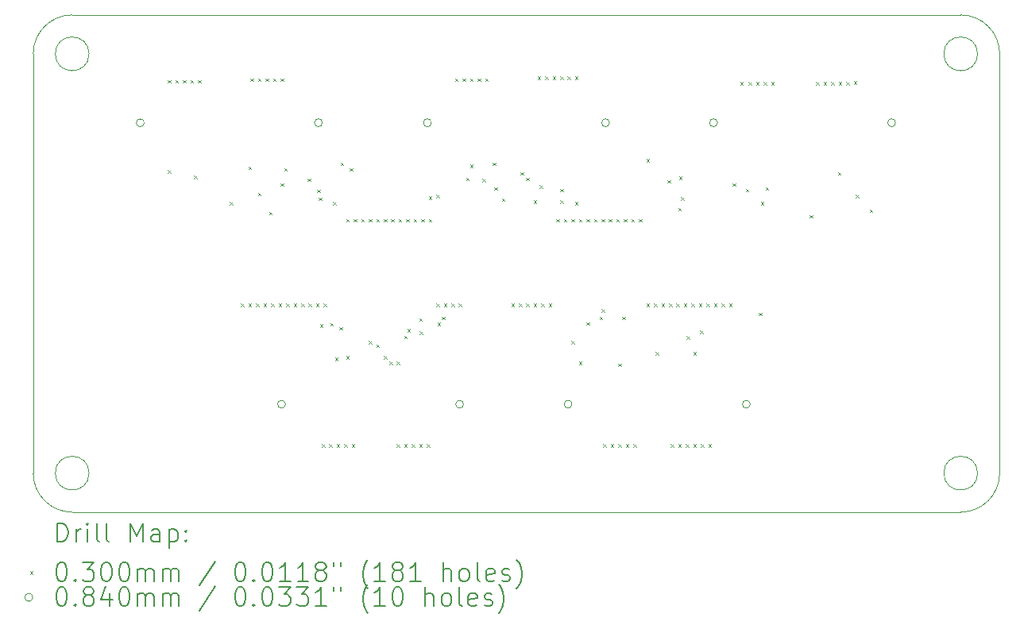
<source format=gbr>
%TF.GenerationSoftware,KiCad,Pcbnew,8.0.2-1*%
%TF.CreationDate,2024-06-18T10:27:21-04:00*%
%TF.ProjectId,Untitled,556e7469-746c-4656-942e-6b696361645f,rev?*%
%TF.SameCoordinates,Original*%
%TF.FileFunction,Drillmap*%
%TF.FilePolarity,Positive*%
%FSLAX45Y45*%
G04 Gerber Fmt 4.5, Leading zero omitted, Abs format (unit mm)*
G04 Created by KiCad (PCBNEW 8.0.2-1) date 2024-06-18 10:27:21*
%MOMM*%
%LPD*%
G01*
G04 APERTURE LIST*
%ADD10C,0.100000*%
%ADD11C,0.050000*%
%ADD12C,0.200000*%
G04 APERTURE END LIST*
D10*
X14735000Y-7350000D02*
G75*
G02*
X15150000Y-7765000I0J-415000D01*
G01*
D11*
X15150000Y-7765000D02*
X15150000Y-12235000D01*
D10*
X4850000Y-7765000D02*
G75*
G02*
X5265000Y-7350000I415000J0D01*
G01*
D11*
X5265000Y-12650000D02*
X14735000Y-12650000D01*
X5265000Y-7350000D02*
X14735000Y-7350000D01*
X4850000Y-7765000D02*
X4850000Y-12235000D01*
X5445000Y-12235000D02*
G75*
G02*
X5085000Y-12235000I-180000J0D01*
G01*
X5085000Y-12235000D02*
G75*
G02*
X5445000Y-12235000I180000J0D01*
G01*
X14915000Y-12235000D02*
G75*
G02*
X14555000Y-12235000I-180000J0D01*
G01*
X14555000Y-12235000D02*
G75*
G02*
X14915000Y-12235000I180000J0D01*
G01*
X14915000Y-7765000D02*
G75*
G02*
X14555000Y-7765000I-180000J0D01*
G01*
X14555000Y-7765000D02*
G75*
G02*
X14915000Y-7765000I180000J0D01*
G01*
X5265000Y-12650000D02*
G75*
G02*
X4850000Y-12235000I0J415000D01*
G01*
D10*
X15150000Y-12235000D02*
G75*
G02*
X14735000Y-12650000I-415000J0D01*
G01*
D11*
X5445000Y-7765000D02*
G75*
G02*
X5085000Y-7765000I-180000J0D01*
G01*
X5085000Y-7765000D02*
G75*
G02*
X5445000Y-7765000I180000J0D01*
G01*
D12*
D10*
X6285000Y-8045000D02*
X6315000Y-8075000D01*
X6315000Y-8045000D02*
X6285000Y-8075000D01*
X6285000Y-9005000D02*
X6315000Y-9035000D01*
X6315000Y-9005000D02*
X6285000Y-9035000D01*
X6365000Y-8045000D02*
X6395000Y-8075000D01*
X6395000Y-8045000D02*
X6365000Y-8075000D01*
X6445000Y-8045000D02*
X6475000Y-8075000D01*
X6475000Y-8045000D02*
X6445000Y-8075000D01*
X6525000Y-8045000D02*
X6555000Y-8075000D01*
X6555000Y-8045000D02*
X6525000Y-8075000D01*
X6565000Y-9065000D02*
X6595000Y-9095000D01*
X6595000Y-9065000D02*
X6565000Y-9095000D01*
X6605000Y-8045000D02*
X6635000Y-8075000D01*
X6635000Y-8045000D02*
X6605000Y-8075000D01*
X6945000Y-9345000D02*
X6975000Y-9375000D01*
X6975000Y-9345000D02*
X6945000Y-9375000D01*
X7065000Y-10425000D02*
X7095000Y-10455000D01*
X7095000Y-10425000D02*
X7065000Y-10455000D01*
X7141976Y-8965000D02*
X7171976Y-8995000D01*
X7171976Y-8965000D02*
X7141976Y-8995000D01*
X7145000Y-10425000D02*
X7175000Y-10455000D01*
X7175000Y-10425000D02*
X7145000Y-10455000D01*
X7165000Y-8025000D02*
X7195000Y-8055000D01*
X7195000Y-8025000D02*
X7165000Y-8055000D01*
X7225000Y-10425000D02*
X7255000Y-10455000D01*
X7255000Y-10425000D02*
X7225000Y-10455000D01*
X7245000Y-8025000D02*
X7275000Y-8055000D01*
X7275000Y-8025000D02*
X7245000Y-8055000D01*
X7245000Y-9245000D02*
X7275000Y-9275000D01*
X7275000Y-9245000D02*
X7245000Y-9275000D01*
X7305000Y-10425000D02*
X7335000Y-10455000D01*
X7335000Y-10425000D02*
X7305000Y-10455000D01*
X7325000Y-8025000D02*
X7355000Y-8055000D01*
X7355000Y-8025000D02*
X7325000Y-8055000D01*
X7365000Y-9450000D02*
X7395000Y-9480000D01*
X7395000Y-9450000D02*
X7365000Y-9480000D01*
X7385000Y-10425000D02*
X7415000Y-10455000D01*
X7415000Y-10425000D02*
X7385000Y-10455000D01*
X7405000Y-8025000D02*
X7435000Y-8055000D01*
X7435000Y-8025000D02*
X7405000Y-8055000D01*
X7465000Y-10425000D02*
X7495000Y-10455000D01*
X7495000Y-10425000D02*
X7465000Y-10455000D01*
X7485000Y-8025000D02*
X7515000Y-8055000D01*
X7515000Y-8025000D02*
X7485000Y-8055000D01*
X7487426Y-9142574D02*
X7517426Y-9172574D01*
X7517426Y-9142574D02*
X7487426Y-9172574D01*
X7525000Y-8985000D02*
X7555000Y-9015000D01*
X7555000Y-8985000D02*
X7525000Y-9015000D01*
X7545000Y-10425000D02*
X7575000Y-10455000D01*
X7575000Y-10425000D02*
X7545000Y-10455000D01*
X7625000Y-10425000D02*
X7655000Y-10455000D01*
X7655000Y-10425000D02*
X7625000Y-10455000D01*
X7705000Y-10425000D02*
X7735000Y-10455000D01*
X7735000Y-10425000D02*
X7705000Y-10455000D01*
X7775000Y-9095000D02*
X7805000Y-9125000D01*
X7805000Y-9095000D02*
X7775000Y-9125000D01*
X7785000Y-10425000D02*
X7815000Y-10455000D01*
X7815000Y-10425000D02*
X7785000Y-10455000D01*
X7865000Y-10425000D02*
X7895000Y-10455000D01*
X7895000Y-10425000D02*
X7865000Y-10455000D01*
X7877500Y-9212500D02*
X7907500Y-9242500D01*
X7907500Y-9212500D02*
X7877500Y-9242500D01*
X7895000Y-9295000D02*
X7925000Y-9325000D01*
X7925000Y-9295000D02*
X7895000Y-9325000D01*
X7905000Y-10645000D02*
X7935000Y-10675000D01*
X7935000Y-10645000D02*
X7905000Y-10675000D01*
X7925000Y-11925000D02*
X7955000Y-11955000D01*
X7955000Y-11925000D02*
X7925000Y-11955000D01*
X7945000Y-10425000D02*
X7975000Y-10455000D01*
X7975000Y-10425000D02*
X7945000Y-10455000D01*
X8005000Y-11925000D02*
X8035000Y-11955000D01*
X8035000Y-11925000D02*
X8005000Y-11955000D01*
X8015000Y-10635000D02*
X8045000Y-10665000D01*
X8045000Y-10635000D02*
X8015000Y-10665000D01*
X8045000Y-9345000D02*
X8075000Y-9375000D01*
X8075000Y-9345000D02*
X8045000Y-9375000D01*
X8065000Y-11005000D02*
X8095000Y-11035000D01*
X8095000Y-11005000D02*
X8065000Y-11035000D01*
X8085000Y-11925000D02*
X8115000Y-11955000D01*
X8115000Y-11925000D02*
X8085000Y-11955000D01*
X8115000Y-10675000D02*
X8145000Y-10705000D01*
X8145000Y-10675000D02*
X8115000Y-10705000D01*
X8125000Y-8925000D02*
X8155000Y-8955000D01*
X8155000Y-8925000D02*
X8125000Y-8955000D01*
X8165000Y-11925000D02*
X8195000Y-11955000D01*
X8195000Y-11925000D02*
X8165000Y-11955000D01*
X8185000Y-9525000D02*
X8215000Y-9555000D01*
X8215000Y-9525000D02*
X8185000Y-9555000D01*
X8185000Y-10985000D02*
X8215000Y-11015000D01*
X8215000Y-10985000D02*
X8185000Y-11015000D01*
X8225000Y-8985000D02*
X8255000Y-9015000D01*
X8255000Y-8985000D02*
X8225000Y-9015000D01*
X8245000Y-11925000D02*
X8275000Y-11955000D01*
X8275000Y-11925000D02*
X8245000Y-11955000D01*
X8265000Y-9525000D02*
X8295000Y-9555000D01*
X8295000Y-9525000D02*
X8265000Y-9555000D01*
X8345000Y-9525000D02*
X8375000Y-9555000D01*
X8375000Y-9525000D02*
X8345000Y-9555000D01*
X8425000Y-9525000D02*
X8455000Y-9555000D01*
X8455000Y-9525000D02*
X8425000Y-9555000D01*
X8425000Y-10825000D02*
X8455000Y-10855000D01*
X8455000Y-10825000D02*
X8425000Y-10855000D01*
X8505000Y-9525000D02*
X8535000Y-9555000D01*
X8535000Y-9525000D02*
X8505000Y-9555000D01*
X8505000Y-10865000D02*
X8535000Y-10895000D01*
X8535000Y-10865000D02*
X8505000Y-10895000D01*
X8585000Y-9525000D02*
X8615000Y-9555000D01*
X8615000Y-9525000D02*
X8585000Y-9555000D01*
X8585000Y-10985000D02*
X8615000Y-11015000D01*
X8615000Y-10985000D02*
X8585000Y-11015000D01*
X8645000Y-11045000D02*
X8675000Y-11075000D01*
X8675000Y-11045000D02*
X8645000Y-11075000D01*
X8665000Y-9525000D02*
X8695000Y-9555000D01*
X8695000Y-9525000D02*
X8665000Y-9555000D01*
X8725000Y-11045000D02*
X8755000Y-11075000D01*
X8755000Y-11045000D02*
X8725000Y-11075000D01*
X8725000Y-11925000D02*
X8755000Y-11955000D01*
X8755000Y-11925000D02*
X8725000Y-11955000D01*
X8745000Y-9525000D02*
X8775000Y-9555000D01*
X8775000Y-9525000D02*
X8745000Y-9555000D01*
X8805000Y-10770147D02*
X8835000Y-10800147D01*
X8835000Y-10770147D02*
X8805000Y-10800147D01*
X8805000Y-11925000D02*
X8835000Y-11955000D01*
X8835000Y-11925000D02*
X8805000Y-11955000D01*
X8825000Y-9525000D02*
X8855000Y-9555000D01*
X8855000Y-9525000D02*
X8825000Y-9555000D01*
X8837403Y-10697003D02*
X8867403Y-10727003D01*
X8867403Y-10697003D02*
X8837403Y-10727003D01*
X8885000Y-11925000D02*
X8915000Y-11955000D01*
X8915000Y-11925000D02*
X8885000Y-11955000D01*
X8905000Y-9525000D02*
X8935000Y-9555000D01*
X8935000Y-9525000D02*
X8905000Y-9555000D01*
X8965000Y-10585000D02*
X8995000Y-10615000D01*
X8995000Y-10585000D02*
X8965000Y-10615000D01*
X8965000Y-11925000D02*
X8995000Y-11955000D01*
X8995000Y-11925000D02*
X8965000Y-11955000D01*
X8967427Y-10722574D02*
X8997427Y-10752574D01*
X8997427Y-10722574D02*
X8967427Y-10752574D01*
X8985000Y-9525000D02*
X9015000Y-9555000D01*
X9015000Y-9525000D02*
X8985000Y-9555000D01*
X9045000Y-11925000D02*
X9075000Y-11955000D01*
X9075000Y-11925000D02*
X9045000Y-11955000D01*
X9065000Y-9285000D02*
X9095000Y-9315000D01*
X9095000Y-9285000D02*
X9065000Y-9315000D01*
X9065000Y-9525000D02*
X9095000Y-9555000D01*
X9095000Y-9525000D02*
X9065000Y-9555000D01*
X9145000Y-9265000D02*
X9175000Y-9295000D01*
X9175000Y-9265000D02*
X9145000Y-9295000D01*
X9145000Y-10425000D02*
X9175000Y-10455000D01*
X9175000Y-10425000D02*
X9145000Y-10455000D01*
X9160624Y-10631564D02*
X9190624Y-10661564D01*
X9190624Y-10631564D02*
X9160624Y-10661564D01*
X9205000Y-10565000D02*
X9235000Y-10595000D01*
X9235000Y-10565000D02*
X9205000Y-10595000D01*
X9225000Y-10425000D02*
X9255000Y-10455000D01*
X9255000Y-10425000D02*
X9225000Y-10455000D01*
X9305000Y-10425000D02*
X9335000Y-10455000D01*
X9335000Y-10425000D02*
X9305000Y-10455000D01*
X9345000Y-8025000D02*
X9375000Y-8055000D01*
X9375000Y-8025000D02*
X9345000Y-8055000D01*
X9385000Y-10425000D02*
X9415000Y-10455000D01*
X9415000Y-10425000D02*
X9385000Y-10455000D01*
X9425000Y-8025000D02*
X9455000Y-8055000D01*
X9455000Y-8025000D02*
X9425000Y-8055000D01*
X9465000Y-9085000D02*
X9495000Y-9115000D01*
X9495000Y-9085000D02*
X9465000Y-9115000D01*
X9505000Y-8025000D02*
X9535000Y-8055000D01*
X9535000Y-8025000D02*
X9505000Y-8055000D01*
X9505000Y-8945000D02*
X9535000Y-8975000D01*
X9535000Y-8945000D02*
X9505000Y-8975000D01*
X9585000Y-8025000D02*
X9615000Y-8055000D01*
X9615000Y-8025000D02*
X9585000Y-8055000D01*
X9636450Y-9095870D02*
X9666450Y-9125870D01*
X9666450Y-9095870D02*
X9636450Y-9125870D01*
X9665000Y-8025000D02*
X9695000Y-8055000D01*
X9695000Y-8025000D02*
X9665000Y-8055000D01*
X9745000Y-8925000D02*
X9775000Y-8955000D01*
X9775000Y-8925000D02*
X9745000Y-8955000D01*
X9765000Y-9185000D02*
X9795000Y-9215000D01*
X9795000Y-9185000D02*
X9765000Y-9215000D01*
X9845000Y-9305000D02*
X9875000Y-9335000D01*
X9875000Y-9305000D02*
X9845000Y-9335000D01*
X9945000Y-10425000D02*
X9975000Y-10455000D01*
X9975000Y-10425000D02*
X9945000Y-10455000D01*
X10025000Y-10425000D02*
X10055000Y-10455000D01*
X10055000Y-10425000D02*
X10025000Y-10455000D01*
X10045000Y-9025000D02*
X10075000Y-9055000D01*
X10075000Y-9025000D02*
X10045000Y-9055000D01*
X10105000Y-9085000D02*
X10135000Y-9115000D01*
X10135000Y-9085000D02*
X10105000Y-9115000D01*
X10105000Y-10425000D02*
X10135000Y-10455000D01*
X10135000Y-10425000D02*
X10105000Y-10455000D01*
X10185000Y-9325000D02*
X10215000Y-9355000D01*
X10215000Y-9325000D02*
X10185000Y-9355000D01*
X10185000Y-10425000D02*
X10215000Y-10455000D01*
X10215000Y-10425000D02*
X10185000Y-10455000D01*
X10225000Y-8005000D02*
X10255000Y-8035000D01*
X10255000Y-8005000D02*
X10225000Y-8035000D01*
X10245000Y-9165000D02*
X10275000Y-9195000D01*
X10275000Y-9165000D02*
X10245000Y-9195000D01*
X10265000Y-10425000D02*
X10295000Y-10455000D01*
X10295000Y-10425000D02*
X10265000Y-10455000D01*
X10305000Y-8005000D02*
X10335000Y-8035000D01*
X10335000Y-8005000D02*
X10305000Y-8035000D01*
X10345000Y-10425000D02*
X10375000Y-10455000D01*
X10375000Y-10425000D02*
X10345000Y-10455000D01*
X10385000Y-8005000D02*
X10415000Y-8035000D01*
X10415000Y-8005000D02*
X10385000Y-8035000D01*
X10425000Y-9525000D02*
X10455000Y-9555000D01*
X10455000Y-9525000D02*
X10425000Y-9555000D01*
X10465000Y-8005000D02*
X10495000Y-8035000D01*
X10495000Y-8005000D02*
X10465000Y-8035000D01*
X10465000Y-9205000D02*
X10495000Y-9235000D01*
X10495000Y-9205000D02*
X10465000Y-9235000D01*
X10465000Y-9325000D02*
X10495000Y-9355000D01*
X10495000Y-9325000D02*
X10465000Y-9355000D01*
X10505000Y-9525000D02*
X10535000Y-9555000D01*
X10535000Y-9525000D02*
X10505000Y-9555000D01*
X10545000Y-8005000D02*
X10575000Y-8035000D01*
X10575000Y-8005000D02*
X10545000Y-8035000D01*
X10585000Y-9525000D02*
X10615000Y-9555000D01*
X10615000Y-9525000D02*
X10585000Y-9555000D01*
X10585000Y-10825000D02*
X10615000Y-10855000D01*
X10615000Y-10825000D02*
X10585000Y-10855000D01*
X10625000Y-8005000D02*
X10655000Y-8035000D01*
X10655000Y-8005000D02*
X10625000Y-8035000D01*
X10625000Y-9345000D02*
X10655000Y-9375000D01*
X10655000Y-9345000D02*
X10625000Y-9375000D01*
X10665000Y-9525000D02*
X10695000Y-9555000D01*
X10695000Y-9525000D02*
X10665000Y-9555000D01*
X10665000Y-11045000D02*
X10695000Y-11075000D01*
X10695000Y-11045000D02*
X10665000Y-11075000D01*
X10745000Y-9525000D02*
X10775000Y-9555000D01*
X10775000Y-9525000D02*
X10745000Y-9555000D01*
X10745000Y-10625000D02*
X10775000Y-10655000D01*
X10775000Y-10625000D02*
X10745000Y-10655000D01*
X10825000Y-9525000D02*
X10855000Y-9555000D01*
X10855000Y-9525000D02*
X10825000Y-9555000D01*
X10885000Y-10565000D02*
X10915000Y-10595000D01*
X10915000Y-10565000D02*
X10885000Y-10595000D01*
X10905000Y-9525000D02*
X10935000Y-9555000D01*
X10935000Y-9525000D02*
X10905000Y-9555000D01*
X10905000Y-10485000D02*
X10935000Y-10515000D01*
X10935000Y-10485000D02*
X10905000Y-10515000D01*
X10925000Y-11925000D02*
X10955000Y-11955000D01*
X10955000Y-11925000D02*
X10925000Y-11955000D01*
X10985000Y-9525000D02*
X11015000Y-9555000D01*
X11015000Y-9525000D02*
X10985000Y-9555000D01*
X11005000Y-11925000D02*
X11035000Y-11955000D01*
X11035000Y-11925000D02*
X11005000Y-11955000D01*
X11065000Y-9525000D02*
X11095000Y-9555000D01*
X11095000Y-9525000D02*
X11065000Y-9555000D01*
X11085000Y-11065000D02*
X11115000Y-11095000D01*
X11115000Y-11065000D02*
X11085000Y-11095000D01*
X11085000Y-11925000D02*
X11115000Y-11955000D01*
X11115000Y-11925000D02*
X11085000Y-11955000D01*
X11125000Y-10565000D02*
X11155000Y-10595000D01*
X11155000Y-10565000D02*
X11125000Y-10595000D01*
X11145000Y-9525000D02*
X11175000Y-9555000D01*
X11175000Y-9525000D02*
X11145000Y-9555000D01*
X11165000Y-11925000D02*
X11195000Y-11955000D01*
X11195000Y-11925000D02*
X11165000Y-11955000D01*
X11225000Y-9525000D02*
X11255000Y-9555000D01*
X11255000Y-9525000D02*
X11225000Y-9555000D01*
X11245000Y-11925000D02*
X11275000Y-11955000D01*
X11275000Y-11925000D02*
X11245000Y-11955000D01*
X11305000Y-9525000D02*
X11335000Y-9555000D01*
X11335000Y-9525000D02*
X11305000Y-9555000D01*
X11385000Y-8885000D02*
X11415000Y-8915000D01*
X11415000Y-8885000D02*
X11385000Y-8915000D01*
X11385000Y-10425000D02*
X11415000Y-10455000D01*
X11415000Y-10425000D02*
X11385000Y-10455000D01*
X11465000Y-10425000D02*
X11495000Y-10455000D01*
X11495000Y-10425000D02*
X11465000Y-10455000D01*
X11485000Y-10945000D02*
X11515000Y-10975000D01*
X11515000Y-10945000D02*
X11485000Y-10975000D01*
X11545000Y-10425000D02*
X11575000Y-10455000D01*
X11575000Y-10425000D02*
X11545000Y-10455000D01*
X11610147Y-9110147D02*
X11640147Y-9140147D01*
X11640147Y-9110147D02*
X11610147Y-9140147D01*
X11625000Y-10425000D02*
X11655000Y-10455000D01*
X11655000Y-10425000D02*
X11625000Y-10455000D01*
X11645000Y-11925000D02*
X11675000Y-11955000D01*
X11675000Y-11925000D02*
X11645000Y-11955000D01*
X11705000Y-10425000D02*
X11735000Y-10455000D01*
X11735000Y-10425000D02*
X11705000Y-10455000D01*
X11725000Y-9405000D02*
X11755000Y-9435000D01*
X11755000Y-9405000D02*
X11725000Y-9435000D01*
X11725000Y-11925000D02*
X11755000Y-11955000D01*
X11755000Y-11925000D02*
X11725000Y-11955000D01*
X11732573Y-9072574D02*
X11762573Y-9102574D01*
X11762573Y-9072574D02*
X11732573Y-9102574D01*
X11752573Y-9292574D02*
X11782573Y-9322574D01*
X11782573Y-9292574D02*
X11752573Y-9322574D01*
X11785000Y-10425000D02*
X11815000Y-10455000D01*
X11815000Y-10425000D02*
X11785000Y-10455000D01*
X11805000Y-11925000D02*
X11835000Y-11955000D01*
X11835000Y-11925000D02*
X11805000Y-11955000D01*
X11815000Y-10775000D02*
X11845000Y-10805000D01*
X11845000Y-10775000D02*
X11815000Y-10805000D01*
X11865000Y-10425000D02*
X11895000Y-10455000D01*
X11895000Y-10425000D02*
X11865000Y-10455000D01*
X11885000Y-10945000D02*
X11915000Y-10975000D01*
X11915000Y-10945000D02*
X11885000Y-10975000D01*
X11885000Y-11925000D02*
X11915000Y-11955000D01*
X11915000Y-11925000D02*
X11885000Y-11955000D01*
X11945000Y-10425000D02*
X11975000Y-10455000D01*
X11975000Y-10425000D02*
X11945000Y-10455000D01*
X11955000Y-10715000D02*
X11985000Y-10745000D01*
X11985000Y-10715000D02*
X11955000Y-10745000D01*
X11965000Y-11925000D02*
X11995000Y-11955000D01*
X11995000Y-11925000D02*
X11965000Y-11955000D01*
X12025000Y-10425000D02*
X12055000Y-10455000D01*
X12055000Y-10425000D02*
X12025000Y-10455000D01*
X12045000Y-11925000D02*
X12075000Y-11955000D01*
X12075000Y-11925000D02*
X12045000Y-11955000D01*
X12105000Y-10425000D02*
X12135000Y-10455000D01*
X12135000Y-10425000D02*
X12105000Y-10455000D01*
X12185000Y-10425000D02*
X12215000Y-10455000D01*
X12215000Y-10425000D02*
X12185000Y-10455000D01*
X12265000Y-10425000D02*
X12295000Y-10455000D01*
X12295000Y-10425000D02*
X12265000Y-10455000D01*
X12305000Y-9145000D02*
X12335000Y-9175000D01*
X12335000Y-9145000D02*
X12305000Y-9175000D01*
X12385000Y-8065000D02*
X12415000Y-8095000D01*
X12415000Y-8065000D02*
X12385000Y-8095000D01*
X12445000Y-9205000D02*
X12475000Y-9235000D01*
X12475000Y-9205000D02*
X12445000Y-9235000D01*
X12474999Y-8065000D02*
X12504999Y-8095000D01*
X12504999Y-8065000D02*
X12474999Y-8095000D01*
X12554999Y-8065000D02*
X12584999Y-8095000D01*
X12584999Y-8065000D02*
X12554999Y-8095000D01*
X12585000Y-10525000D02*
X12615000Y-10555000D01*
X12615000Y-10525000D02*
X12585000Y-10555000D01*
X12605000Y-9345000D02*
X12635000Y-9375000D01*
X12635000Y-9345000D02*
X12605000Y-9375000D01*
X12635000Y-8065000D02*
X12665000Y-8095000D01*
X12665000Y-8065000D02*
X12635000Y-8095000D01*
X12656005Y-9185000D02*
X12686005Y-9215000D01*
X12686005Y-9185000D02*
X12656005Y-9215000D01*
X12715000Y-8065000D02*
X12745000Y-8095000D01*
X12745000Y-8065000D02*
X12715000Y-8095000D01*
X13125000Y-9485000D02*
X13155000Y-9515000D01*
X13155000Y-9485000D02*
X13125000Y-9515000D01*
X13193392Y-8065000D02*
X13223392Y-8095000D01*
X13223392Y-8065000D02*
X13193392Y-8095000D01*
X13273393Y-8064997D02*
X13303393Y-8094997D01*
X13303393Y-8064997D02*
X13273393Y-8094997D01*
X13353393Y-8065190D02*
X13383393Y-8095190D01*
X13383393Y-8065190D02*
X13353393Y-8095190D01*
X13425000Y-9025000D02*
X13455000Y-9055000D01*
X13455000Y-9025000D02*
X13425000Y-9055000D01*
X13433382Y-8063882D02*
X13463382Y-8093882D01*
X13463382Y-8063882D02*
X13433382Y-8093882D01*
X13515804Y-8066314D02*
X13545804Y-8096314D01*
X13545804Y-8066314D02*
X13515804Y-8096314D01*
X13595000Y-8055000D02*
X13625000Y-8085000D01*
X13625000Y-8055000D02*
X13595000Y-8085000D01*
X13614500Y-9265000D02*
X13644500Y-9295000D01*
X13644500Y-9265000D02*
X13614500Y-9295000D01*
X13765000Y-9425000D02*
X13795000Y-9455000D01*
X13795000Y-9425000D02*
X13765000Y-9455000D01*
X6032500Y-8500000D02*
G75*
G02*
X5948500Y-8500000I-42000J0D01*
G01*
X5948500Y-8500000D02*
G75*
G02*
X6032500Y-8500000I42000J0D01*
G01*
X7538000Y-11500000D02*
G75*
G02*
X7454000Y-11500000I-42000J0D01*
G01*
X7454000Y-11500000D02*
G75*
G02*
X7538000Y-11500000I42000J0D01*
G01*
X7931500Y-8500000D02*
G75*
G02*
X7847500Y-8500000I-42000J0D01*
G01*
X7847500Y-8500000D02*
G75*
G02*
X7931500Y-8500000I42000J0D01*
G01*
X9092500Y-8500000D02*
G75*
G02*
X9008500Y-8500000I-42000J0D01*
G01*
X9008500Y-8500000D02*
G75*
G02*
X9092500Y-8500000I42000J0D01*
G01*
X9437000Y-11500000D02*
G75*
G02*
X9353000Y-11500000I-42000J0D01*
G01*
X9353000Y-11500000D02*
G75*
G02*
X9437000Y-11500000I42000J0D01*
G01*
X10592500Y-11500000D02*
G75*
G02*
X10508500Y-11500000I-42000J0D01*
G01*
X10508500Y-11500000D02*
G75*
G02*
X10592500Y-11500000I42000J0D01*
G01*
X10991500Y-8500000D02*
G75*
G02*
X10907500Y-8500000I-42000J0D01*
G01*
X10907500Y-8500000D02*
G75*
G02*
X10991500Y-8500000I42000J0D01*
G01*
X12142000Y-8500000D02*
G75*
G02*
X12058000Y-8500000I-42000J0D01*
G01*
X12058000Y-8500000D02*
G75*
G02*
X12142000Y-8500000I42000J0D01*
G01*
X12491500Y-11500000D02*
G75*
G02*
X12407500Y-11500000I-42000J0D01*
G01*
X12407500Y-11500000D02*
G75*
G02*
X12491500Y-11500000I42000J0D01*
G01*
X14041000Y-8500000D02*
G75*
G02*
X13957000Y-8500000I-42000J0D01*
G01*
X13957000Y-8500000D02*
G75*
G02*
X14041000Y-8500000I42000J0D01*
G01*
D12*
X5105777Y-12966484D02*
X5105777Y-12766484D01*
X5105777Y-12766484D02*
X5153396Y-12766484D01*
X5153396Y-12766484D02*
X5181967Y-12776008D01*
X5181967Y-12776008D02*
X5201015Y-12795055D01*
X5201015Y-12795055D02*
X5210539Y-12814103D01*
X5210539Y-12814103D02*
X5220063Y-12852198D01*
X5220063Y-12852198D02*
X5220063Y-12880769D01*
X5220063Y-12880769D02*
X5210539Y-12918865D01*
X5210539Y-12918865D02*
X5201015Y-12937912D01*
X5201015Y-12937912D02*
X5181967Y-12956960D01*
X5181967Y-12956960D02*
X5153396Y-12966484D01*
X5153396Y-12966484D02*
X5105777Y-12966484D01*
X5305777Y-12966484D02*
X5305777Y-12833150D01*
X5305777Y-12871246D02*
X5315301Y-12852198D01*
X5315301Y-12852198D02*
X5324824Y-12842674D01*
X5324824Y-12842674D02*
X5343872Y-12833150D01*
X5343872Y-12833150D02*
X5362920Y-12833150D01*
X5429586Y-12966484D02*
X5429586Y-12833150D01*
X5429586Y-12766484D02*
X5420063Y-12776008D01*
X5420063Y-12776008D02*
X5429586Y-12785531D01*
X5429586Y-12785531D02*
X5439110Y-12776008D01*
X5439110Y-12776008D02*
X5429586Y-12766484D01*
X5429586Y-12766484D02*
X5429586Y-12785531D01*
X5553396Y-12966484D02*
X5534348Y-12956960D01*
X5534348Y-12956960D02*
X5524824Y-12937912D01*
X5524824Y-12937912D02*
X5524824Y-12766484D01*
X5658158Y-12966484D02*
X5639110Y-12956960D01*
X5639110Y-12956960D02*
X5629586Y-12937912D01*
X5629586Y-12937912D02*
X5629586Y-12766484D01*
X5886729Y-12966484D02*
X5886729Y-12766484D01*
X5886729Y-12766484D02*
X5953396Y-12909341D01*
X5953396Y-12909341D02*
X6020062Y-12766484D01*
X6020062Y-12766484D02*
X6020062Y-12966484D01*
X6201015Y-12966484D02*
X6201015Y-12861722D01*
X6201015Y-12861722D02*
X6191491Y-12842674D01*
X6191491Y-12842674D02*
X6172443Y-12833150D01*
X6172443Y-12833150D02*
X6134348Y-12833150D01*
X6134348Y-12833150D02*
X6115301Y-12842674D01*
X6201015Y-12956960D02*
X6181967Y-12966484D01*
X6181967Y-12966484D02*
X6134348Y-12966484D01*
X6134348Y-12966484D02*
X6115301Y-12956960D01*
X6115301Y-12956960D02*
X6105777Y-12937912D01*
X6105777Y-12937912D02*
X6105777Y-12918865D01*
X6105777Y-12918865D02*
X6115301Y-12899817D01*
X6115301Y-12899817D02*
X6134348Y-12890293D01*
X6134348Y-12890293D02*
X6181967Y-12890293D01*
X6181967Y-12890293D02*
X6201015Y-12880769D01*
X6296253Y-12833150D02*
X6296253Y-13033150D01*
X6296253Y-12842674D02*
X6315301Y-12833150D01*
X6315301Y-12833150D02*
X6353396Y-12833150D01*
X6353396Y-12833150D02*
X6372443Y-12842674D01*
X6372443Y-12842674D02*
X6381967Y-12852198D01*
X6381967Y-12852198D02*
X6391491Y-12871246D01*
X6391491Y-12871246D02*
X6391491Y-12928388D01*
X6391491Y-12928388D02*
X6381967Y-12947436D01*
X6381967Y-12947436D02*
X6372443Y-12956960D01*
X6372443Y-12956960D02*
X6353396Y-12966484D01*
X6353396Y-12966484D02*
X6315301Y-12966484D01*
X6315301Y-12966484D02*
X6296253Y-12956960D01*
X6477205Y-12947436D02*
X6486729Y-12956960D01*
X6486729Y-12956960D02*
X6477205Y-12966484D01*
X6477205Y-12966484D02*
X6467682Y-12956960D01*
X6467682Y-12956960D02*
X6477205Y-12947436D01*
X6477205Y-12947436D02*
X6477205Y-12966484D01*
X6477205Y-12842674D02*
X6486729Y-12852198D01*
X6486729Y-12852198D02*
X6477205Y-12861722D01*
X6477205Y-12861722D02*
X6467682Y-12852198D01*
X6467682Y-12852198D02*
X6477205Y-12842674D01*
X6477205Y-12842674D02*
X6477205Y-12861722D01*
D10*
X4815000Y-13280000D02*
X4845000Y-13310000D01*
X4845000Y-13280000D02*
X4815000Y-13310000D01*
D12*
X5143872Y-13186484D02*
X5162920Y-13186484D01*
X5162920Y-13186484D02*
X5181967Y-13196008D01*
X5181967Y-13196008D02*
X5191491Y-13205531D01*
X5191491Y-13205531D02*
X5201015Y-13224579D01*
X5201015Y-13224579D02*
X5210539Y-13262674D01*
X5210539Y-13262674D02*
X5210539Y-13310293D01*
X5210539Y-13310293D02*
X5201015Y-13348388D01*
X5201015Y-13348388D02*
X5191491Y-13367436D01*
X5191491Y-13367436D02*
X5181967Y-13376960D01*
X5181967Y-13376960D02*
X5162920Y-13386484D01*
X5162920Y-13386484D02*
X5143872Y-13386484D01*
X5143872Y-13386484D02*
X5124824Y-13376960D01*
X5124824Y-13376960D02*
X5115301Y-13367436D01*
X5115301Y-13367436D02*
X5105777Y-13348388D01*
X5105777Y-13348388D02*
X5096253Y-13310293D01*
X5096253Y-13310293D02*
X5096253Y-13262674D01*
X5096253Y-13262674D02*
X5105777Y-13224579D01*
X5105777Y-13224579D02*
X5115301Y-13205531D01*
X5115301Y-13205531D02*
X5124824Y-13196008D01*
X5124824Y-13196008D02*
X5143872Y-13186484D01*
X5296253Y-13367436D02*
X5305777Y-13376960D01*
X5305777Y-13376960D02*
X5296253Y-13386484D01*
X5296253Y-13386484D02*
X5286729Y-13376960D01*
X5286729Y-13376960D02*
X5296253Y-13367436D01*
X5296253Y-13367436D02*
X5296253Y-13386484D01*
X5372444Y-13186484D02*
X5496253Y-13186484D01*
X5496253Y-13186484D02*
X5429586Y-13262674D01*
X5429586Y-13262674D02*
X5458158Y-13262674D01*
X5458158Y-13262674D02*
X5477205Y-13272198D01*
X5477205Y-13272198D02*
X5486729Y-13281722D01*
X5486729Y-13281722D02*
X5496253Y-13300769D01*
X5496253Y-13300769D02*
X5496253Y-13348388D01*
X5496253Y-13348388D02*
X5486729Y-13367436D01*
X5486729Y-13367436D02*
X5477205Y-13376960D01*
X5477205Y-13376960D02*
X5458158Y-13386484D01*
X5458158Y-13386484D02*
X5401015Y-13386484D01*
X5401015Y-13386484D02*
X5381967Y-13376960D01*
X5381967Y-13376960D02*
X5372444Y-13367436D01*
X5620062Y-13186484D02*
X5639110Y-13186484D01*
X5639110Y-13186484D02*
X5658158Y-13196008D01*
X5658158Y-13196008D02*
X5667682Y-13205531D01*
X5667682Y-13205531D02*
X5677205Y-13224579D01*
X5677205Y-13224579D02*
X5686729Y-13262674D01*
X5686729Y-13262674D02*
X5686729Y-13310293D01*
X5686729Y-13310293D02*
X5677205Y-13348388D01*
X5677205Y-13348388D02*
X5667682Y-13367436D01*
X5667682Y-13367436D02*
X5658158Y-13376960D01*
X5658158Y-13376960D02*
X5639110Y-13386484D01*
X5639110Y-13386484D02*
X5620062Y-13386484D01*
X5620062Y-13386484D02*
X5601015Y-13376960D01*
X5601015Y-13376960D02*
X5591491Y-13367436D01*
X5591491Y-13367436D02*
X5581967Y-13348388D01*
X5581967Y-13348388D02*
X5572444Y-13310293D01*
X5572444Y-13310293D02*
X5572444Y-13262674D01*
X5572444Y-13262674D02*
X5581967Y-13224579D01*
X5581967Y-13224579D02*
X5591491Y-13205531D01*
X5591491Y-13205531D02*
X5601015Y-13196008D01*
X5601015Y-13196008D02*
X5620062Y-13186484D01*
X5810539Y-13186484D02*
X5829586Y-13186484D01*
X5829586Y-13186484D02*
X5848634Y-13196008D01*
X5848634Y-13196008D02*
X5858158Y-13205531D01*
X5858158Y-13205531D02*
X5867682Y-13224579D01*
X5867682Y-13224579D02*
X5877205Y-13262674D01*
X5877205Y-13262674D02*
X5877205Y-13310293D01*
X5877205Y-13310293D02*
X5867682Y-13348388D01*
X5867682Y-13348388D02*
X5858158Y-13367436D01*
X5858158Y-13367436D02*
X5848634Y-13376960D01*
X5848634Y-13376960D02*
X5829586Y-13386484D01*
X5829586Y-13386484D02*
X5810539Y-13386484D01*
X5810539Y-13386484D02*
X5791491Y-13376960D01*
X5791491Y-13376960D02*
X5781967Y-13367436D01*
X5781967Y-13367436D02*
X5772443Y-13348388D01*
X5772443Y-13348388D02*
X5762920Y-13310293D01*
X5762920Y-13310293D02*
X5762920Y-13262674D01*
X5762920Y-13262674D02*
X5772443Y-13224579D01*
X5772443Y-13224579D02*
X5781967Y-13205531D01*
X5781967Y-13205531D02*
X5791491Y-13196008D01*
X5791491Y-13196008D02*
X5810539Y-13186484D01*
X5962920Y-13386484D02*
X5962920Y-13253150D01*
X5962920Y-13272198D02*
X5972443Y-13262674D01*
X5972443Y-13262674D02*
X5991491Y-13253150D01*
X5991491Y-13253150D02*
X6020063Y-13253150D01*
X6020063Y-13253150D02*
X6039110Y-13262674D01*
X6039110Y-13262674D02*
X6048634Y-13281722D01*
X6048634Y-13281722D02*
X6048634Y-13386484D01*
X6048634Y-13281722D02*
X6058158Y-13262674D01*
X6058158Y-13262674D02*
X6077205Y-13253150D01*
X6077205Y-13253150D02*
X6105777Y-13253150D01*
X6105777Y-13253150D02*
X6124824Y-13262674D01*
X6124824Y-13262674D02*
X6134348Y-13281722D01*
X6134348Y-13281722D02*
X6134348Y-13386484D01*
X6229586Y-13386484D02*
X6229586Y-13253150D01*
X6229586Y-13272198D02*
X6239110Y-13262674D01*
X6239110Y-13262674D02*
X6258158Y-13253150D01*
X6258158Y-13253150D02*
X6286729Y-13253150D01*
X6286729Y-13253150D02*
X6305777Y-13262674D01*
X6305777Y-13262674D02*
X6315301Y-13281722D01*
X6315301Y-13281722D02*
X6315301Y-13386484D01*
X6315301Y-13281722D02*
X6324824Y-13262674D01*
X6324824Y-13262674D02*
X6343872Y-13253150D01*
X6343872Y-13253150D02*
X6372443Y-13253150D01*
X6372443Y-13253150D02*
X6391491Y-13262674D01*
X6391491Y-13262674D02*
X6401015Y-13281722D01*
X6401015Y-13281722D02*
X6401015Y-13386484D01*
X6791491Y-13176960D02*
X6620063Y-13434103D01*
X7048634Y-13186484D02*
X7067682Y-13186484D01*
X7067682Y-13186484D02*
X7086729Y-13196008D01*
X7086729Y-13196008D02*
X7096253Y-13205531D01*
X7096253Y-13205531D02*
X7105777Y-13224579D01*
X7105777Y-13224579D02*
X7115301Y-13262674D01*
X7115301Y-13262674D02*
X7115301Y-13310293D01*
X7115301Y-13310293D02*
X7105777Y-13348388D01*
X7105777Y-13348388D02*
X7096253Y-13367436D01*
X7096253Y-13367436D02*
X7086729Y-13376960D01*
X7086729Y-13376960D02*
X7067682Y-13386484D01*
X7067682Y-13386484D02*
X7048634Y-13386484D01*
X7048634Y-13386484D02*
X7029586Y-13376960D01*
X7029586Y-13376960D02*
X7020063Y-13367436D01*
X7020063Y-13367436D02*
X7010539Y-13348388D01*
X7010539Y-13348388D02*
X7001015Y-13310293D01*
X7001015Y-13310293D02*
X7001015Y-13262674D01*
X7001015Y-13262674D02*
X7010539Y-13224579D01*
X7010539Y-13224579D02*
X7020063Y-13205531D01*
X7020063Y-13205531D02*
X7029586Y-13196008D01*
X7029586Y-13196008D02*
X7048634Y-13186484D01*
X7201015Y-13367436D02*
X7210539Y-13376960D01*
X7210539Y-13376960D02*
X7201015Y-13386484D01*
X7201015Y-13386484D02*
X7191491Y-13376960D01*
X7191491Y-13376960D02*
X7201015Y-13367436D01*
X7201015Y-13367436D02*
X7201015Y-13386484D01*
X7334348Y-13186484D02*
X7353396Y-13186484D01*
X7353396Y-13186484D02*
X7372444Y-13196008D01*
X7372444Y-13196008D02*
X7381967Y-13205531D01*
X7381967Y-13205531D02*
X7391491Y-13224579D01*
X7391491Y-13224579D02*
X7401015Y-13262674D01*
X7401015Y-13262674D02*
X7401015Y-13310293D01*
X7401015Y-13310293D02*
X7391491Y-13348388D01*
X7391491Y-13348388D02*
X7381967Y-13367436D01*
X7381967Y-13367436D02*
X7372444Y-13376960D01*
X7372444Y-13376960D02*
X7353396Y-13386484D01*
X7353396Y-13386484D02*
X7334348Y-13386484D01*
X7334348Y-13386484D02*
X7315301Y-13376960D01*
X7315301Y-13376960D02*
X7305777Y-13367436D01*
X7305777Y-13367436D02*
X7296253Y-13348388D01*
X7296253Y-13348388D02*
X7286729Y-13310293D01*
X7286729Y-13310293D02*
X7286729Y-13262674D01*
X7286729Y-13262674D02*
X7296253Y-13224579D01*
X7296253Y-13224579D02*
X7305777Y-13205531D01*
X7305777Y-13205531D02*
X7315301Y-13196008D01*
X7315301Y-13196008D02*
X7334348Y-13186484D01*
X7591491Y-13386484D02*
X7477206Y-13386484D01*
X7534348Y-13386484D02*
X7534348Y-13186484D01*
X7534348Y-13186484D02*
X7515301Y-13215055D01*
X7515301Y-13215055D02*
X7496253Y-13234103D01*
X7496253Y-13234103D02*
X7477206Y-13243627D01*
X7781967Y-13386484D02*
X7667682Y-13386484D01*
X7724825Y-13386484D02*
X7724825Y-13186484D01*
X7724825Y-13186484D02*
X7705777Y-13215055D01*
X7705777Y-13215055D02*
X7686729Y-13234103D01*
X7686729Y-13234103D02*
X7667682Y-13243627D01*
X7896253Y-13272198D02*
X7877206Y-13262674D01*
X7877206Y-13262674D02*
X7867682Y-13253150D01*
X7867682Y-13253150D02*
X7858158Y-13234103D01*
X7858158Y-13234103D02*
X7858158Y-13224579D01*
X7858158Y-13224579D02*
X7867682Y-13205531D01*
X7867682Y-13205531D02*
X7877206Y-13196008D01*
X7877206Y-13196008D02*
X7896253Y-13186484D01*
X7896253Y-13186484D02*
X7934348Y-13186484D01*
X7934348Y-13186484D02*
X7953396Y-13196008D01*
X7953396Y-13196008D02*
X7962920Y-13205531D01*
X7962920Y-13205531D02*
X7972444Y-13224579D01*
X7972444Y-13224579D02*
X7972444Y-13234103D01*
X7972444Y-13234103D02*
X7962920Y-13253150D01*
X7962920Y-13253150D02*
X7953396Y-13262674D01*
X7953396Y-13262674D02*
X7934348Y-13272198D01*
X7934348Y-13272198D02*
X7896253Y-13272198D01*
X7896253Y-13272198D02*
X7877206Y-13281722D01*
X7877206Y-13281722D02*
X7867682Y-13291246D01*
X7867682Y-13291246D02*
X7858158Y-13310293D01*
X7858158Y-13310293D02*
X7858158Y-13348388D01*
X7858158Y-13348388D02*
X7867682Y-13367436D01*
X7867682Y-13367436D02*
X7877206Y-13376960D01*
X7877206Y-13376960D02*
X7896253Y-13386484D01*
X7896253Y-13386484D02*
X7934348Y-13386484D01*
X7934348Y-13386484D02*
X7953396Y-13376960D01*
X7953396Y-13376960D02*
X7962920Y-13367436D01*
X7962920Y-13367436D02*
X7972444Y-13348388D01*
X7972444Y-13348388D02*
X7972444Y-13310293D01*
X7972444Y-13310293D02*
X7962920Y-13291246D01*
X7962920Y-13291246D02*
X7953396Y-13281722D01*
X7953396Y-13281722D02*
X7934348Y-13272198D01*
X8048634Y-13186484D02*
X8048634Y-13224579D01*
X8124825Y-13186484D02*
X8124825Y-13224579D01*
X8420063Y-13462674D02*
X8410539Y-13453150D01*
X8410539Y-13453150D02*
X8391491Y-13424579D01*
X8391491Y-13424579D02*
X8381968Y-13405531D01*
X8381968Y-13405531D02*
X8372444Y-13376960D01*
X8372444Y-13376960D02*
X8362920Y-13329341D01*
X8362920Y-13329341D02*
X8362920Y-13291246D01*
X8362920Y-13291246D02*
X8372444Y-13243627D01*
X8372444Y-13243627D02*
X8381968Y-13215055D01*
X8381968Y-13215055D02*
X8391491Y-13196008D01*
X8391491Y-13196008D02*
X8410539Y-13167436D01*
X8410539Y-13167436D02*
X8420063Y-13157912D01*
X8601015Y-13386484D02*
X8486730Y-13386484D01*
X8543872Y-13386484D02*
X8543872Y-13186484D01*
X8543872Y-13186484D02*
X8524825Y-13215055D01*
X8524825Y-13215055D02*
X8505777Y-13234103D01*
X8505777Y-13234103D02*
X8486730Y-13243627D01*
X8715301Y-13272198D02*
X8696253Y-13262674D01*
X8696253Y-13262674D02*
X8686730Y-13253150D01*
X8686730Y-13253150D02*
X8677206Y-13234103D01*
X8677206Y-13234103D02*
X8677206Y-13224579D01*
X8677206Y-13224579D02*
X8686730Y-13205531D01*
X8686730Y-13205531D02*
X8696253Y-13196008D01*
X8696253Y-13196008D02*
X8715301Y-13186484D01*
X8715301Y-13186484D02*
X8753396Y-13186484D01*
X8753396Y-13186484D02*
X8772444Y-13196008D01*
X8772444Y-13196008D02*
X8781968Y-13205531D01*
X8781968Y-13205531D02*
X8791491Y-13224579D01*
X8791491Y-13224579D02*
X8791491Y-13234103D01*
X8791491Y-13234103D02*
X8781968Y-13253150D01*
X8781968Y-13253150D02*
X8772444Y-13262674D01*
X8772444Y-13262674D02*
X8753396Y-13272198D01*
X8753396Y-13272198D02*
X8715301Y-13272198D01*
X8715301Y-13272198D02*
X8696253Y-13281722D01*
X8696253Y-13281722D02*
X8686730Y-13291246D01*
X8686730Y-13291246D02*
X8677206Y-13310293D01*
X8677206Y-13310293D02*
X8677206Y-13348388D01*
X8677206Y-13348388D02*
X8686730Y-13367436D01*
X8686730Y-13367436D02*
X8696253Y-13376960D01*
X8696253Y-13376960D02*
X8715301Y-13386484D01*
X8715301Y-13386484D02*
X8753396Y-13386484D01*
X8753396Y-13386484D02*
X8772444Y-13376960D01*
X8772444Y-13376960D02*
X8781968Y-13367436D01*
X8781968Y-13367436D02*
X8791491Y-13348388D01*
X8791491Y-13348388D02*
X8791491Y-13310293D01*
X8791491Y-13310293D02*
X8781968Y-13291246D01*
X8781968Y-13291246D02*
X8772444Y-13281722D01*
X8772444Y-13281722D02*
X8753396Y-13272198D01*
X8981968Y-13386484D02*
X8867682Y-13386484D01*
X8924825Y-13386484D02*
X8924825Y-13186484D01*
X8924825Y-13186484D02*
X8905777Y-13215055D01*
X8905777Y-13215055D02*
X8886730Y-13234103D01*
X8886730Y-13234103D02*
X8867682Y-13243627D01*
X9220063Y-13386484D02*
X9220063Y-13186484D01*
X9305777Y-13386484D02*
X9305777Y-13281722D01*
X9305777Y-13281722D02*
X9296253Y-13262674D01*
X9296253Y-13262674D02*
X9277206Y-13253150D01*
X9277206Y-13253150D02*
X9248634Y-13253150D01*
X9248634Y-13253150D02*
X9229587Y-13262674D01*
X9229587Y-13262674D02*
X9220063Y-13272198D01*
X9429587Y-13386484D02*
X9410539Y-13376960D01*
X9410539Y-13376960D02*
X9401015Y-13367436D01*
X9401015Y-13367436D02*
X9391492Y-13348388D01*
X9391492Y-13348388D02*
X9391492Y-13291246D01*
X9391492Y-13291246D02*
X9401015Y-13272198D01*
X9401015Y-13272198D02*
X9410539Y-13262674D01*
X9410539Y-13262674D02*
X9429587Y-13253150D01*
X9429587Y-13253150D02*
X9458158Y-13253150D01*
X9458158Y-13253150D02*
X9477206Y-13262674D01*
X9477206Y-13262674D02*
X9486730Y-13272198D01*
X9486730Y-13272198D02*
X9496253Y-13291246D01*
X9496253Y-13291246D02*
X9496253Y-13348388D01*
X9496253Y-13348388D02*
X9486730Y-13367436D01*
X9486730Y-13367436D02*
X9477206Y-13376960D01*
X9477206Y-13376960D02*
X9458158Y-13386484D01*
X9458158Y-13386484D02*
X9429587Y-13386484D01*
X9610539Y-13386484D02*
X9591492Y-13376960D01*
X9591492Y-13376960D02*
X9581968Y-13357912D01*
X9581968Y-13357912D02*
X9581968Y-13186484D01*
X9762920Y-13376960D02*
X9743873Y-13386484D01*
X9743873Y-13386484D02*
X9705777Y-13386484D01*
X9705777Y-13386484D02*
X9686730Y-13376960D01*
X9686730Y-13376960D02*
X9677206Y-13357912D01*
X9677206Y-13357912D02*
X9677206Y-13281722D01*
X9677206Y-13281722D02*
X9686730Y-13262674D01*
X9686730Y-13262674D02*
X9705777Y-13253150D01*
X9705777Y-13253150D02*
X9743873Y-13253150D01*
X9743873Y-13253150D02*
X9762920Y-13262674D01*
X9762920Y-13262674D02*
X9772444Y-13281722D01*
X9772444Y-13281722D02*
X9772444Y-13300769D01*
X9772444Y-13300769D02*
X9677206Y-13319817D01*
X9848634Y-13376960D02*
X9867682Y-13386484D01*
X9867682Y-13386484D02*
X9905777Y-13386484D01*
X9905777Y-13386484D02*
X9924825Y-13376960D01*
X9924825Y-13376960D02*
X9934349Y-13357912D01*
X9934349Y-13357912D02*
X9934349Y-13348388D01*
X9934349Y-13348388D02*
X9924825Y-13329341D01*
X9924825Y-13329341D02*
X9905777Y-13319817D01*
X9905777Y-13319817D02*
X9877206Y-13319817D01*
X9877206Y-13319817D02*
X9858158Y-13310293D01*
X9858158Y-13310293D02*
X9848634Y-13291246D01*
X9848634Y-13291246D02*
X9848634Y-13281722D01*
X9848634Y-13281722D02*
X9858158Y-13262674D01*
X9858158Y-13262674D02*
X9877206Y-13253150D01*
X9877206Y-13253150D02*
X9905777Y-13253150D01*
X9905777Y-13253150D02*
X9924825Y-13262674D01*
X10001015Y-13462674D02*
X10010539Y-13453150D01*
X10010539Y-13453150D02*
X10029587Y-13424579D01*
X10029587Y-13424579D02*
X10039111Y-13405531D01*
X10039111Y-13405531D02*
X10048634Y-13376960D01*
X10048634Y-13376960D02*
X10058158Y-13329341D01*
X10058158Y-13329341D02*
X10058158Y-13291246D01*
X10058158Y-13291246D02*
X10048634Y-13243627D01*
X10048634Y-13243627D02*
X10039111Y-13215055D01*
X10039111Y-13215055D02*
X10029587Y-13196008D01*
X10029587Y-13196008D02*
X10010539Y-13167436D01*
X10010539Y-13167436D02*
X10001015Y-13157912D01*
D10*
X4845000Y-13559000D02*
G75*
G02*
X4761000Y-13559000I-42000J0D01*
G01*
X4761000Y-13559000D02*
G75*
G02*
X4845000Y-13559000I42000J0D01*
G01*
D12*
X5143872Y-13450484D02*
X5162920Y-13450484D01*
X5162920Y-13450484D02*
X5181967Y-13460008D01*
X5181967Y-13460008D02*
X5191491Y-13469531D01*
X5191491Y-13469531D02*
X5201015Y-13488579D01*
X5201015Y-13488579D02*
X5210539Y-13526674D01*
X5210539Y-13526674D02*
X5210539Y-13574293D01*
X5210539Y-13574293D02*
X5201015Y-13612388D01*
X5201015Y-13612388D02*
X5191491Y-13631436D01*
X5191491Y-13631436D02*
X5181967Y-13640960D01*
X5181967Y-13640960D02*
X5162920Y-13650484D01*
X5162920Y-13650484D02*
X5143872Y-13650484D01*
X5143872Y-13650484D02*
X5124824Y-13640960D01*
X5124824Y-13640960D02*
X5115301Y-13631436D01*
X5115301Y-13631436D02*
X5105777Y-13612388D01*
X5105777Y-13612388D02*
X5096253Y-13574293D01*
X5096253Y-13574293D02*
X5096253Y-13526674D01*
X5096253Y-13526674D02*
X5105777Y-13488579D01*
X5105777Y-13488579D02*
X5115301Y-13469531D01*
X5115301Y-13469531D02*
X5124824Y-13460008D01*
X5124824Y-13460008D02*
X5143872Y-13450484D01*
X5296253Y-13631436D02*
X5305777Y-13640960D01*
X5305777Y-13640960D02*
X5296253Y-13650484D01*
X5296253Y-13650484D02*
X5286729Y-13640960D01*
X5286729Y-13640960D02*
X5296253Y-13631436D01*
X5296253Y-13631436D02*
X5296253Y-13650484D01*
X5420063Y-13536198D02*
X5401015Y-13526674D01*
X5401015Y-13526674D02*
X5391491Y-13517150D01*
X5391491Y-13517150D02*
X5381967Y-13498103D01*
X5381967Y-13498103D02*
X5381967Y-13488579D01*
X5381967Y-13488579D02*
X5391491Y-13469531D01*
X5391491Y-13469531D02*
X5401015Y-13460008D01*
X5401015Y-13460008D02*
X5420063Y-13450484D01*
X5420063Y-13450484D02*
X5458158Y-13450484D01*
X5458158Y-13450484D02*
X5477205Y-13460008D01*
X5477205Y-13460008D02*
X5486729Y-13469531D01*
X5486729Y-13469531D02*
X5496253Y-13488579D01*
X5496253Y-13488579D02*
X5496253Y-13498103D01*
X5496253Y-13498103D02*
X5486729Y-13517150D01*
X5486729Y-13517150D02*
X5477205Y-13526674D01*
X5477205Y-13526674D02*
X5458158Y-13536198D01*
X5458158Y-13536198D02*
X5420063Y-13536198D01*
X5420063Y-13536198D02*
X5401015Y-13545722D01*
X5401015Y-13545722D02*
X5391491Y-13555246D01*
X5391491Y-13555246D02*
X5381967Y-13574293D01*
X5381967Y-13574293D02*
X5381967Y-13612388D01*
X5381967Y-13612388D02*
X5391491Y-13631436D01*
X5391491Y-13631436D02*
X5401015Y-13640960D01*
X5401015Y-13640960D02*
X5420063Y-13650484D01*
X5420063Y-13650484D02*
X5458158Y-13650484D01*
X5458158Y-13650484D02*
X5477205Y-13640960D01*
X5477205Y-13640960D02*
X5486729Y-13631436D01*
X5486729Y-13631436D02*
X5496253Y-13612388D01*
X5496253Y-13612388D02*
X5496253Y-13574293D01*
X5496253Y-13574293D02*
X5486729Y-13555246D01*
X5486729Y-13555246D02*
X5477205Y-13545722D01*
X5477205Y-13545722D02*
X5458158Y-13536198D01*
X5667682Y-13517150D02*
X5667682Y-13650484D01*
X5620062Y-13440960D02*
X5572444Y-13583817D01*
X5572444Y-13583817D02*
X5696253Y-13583817D01*
X5810539Y-13450484D02*
X5829586Y-13450484D01*
X5829586Y-13450484D02*
X5848634Y-13460008D01*
X5848634Y-13460008D02*
X5858158Y-13469531D01*
X5858158Y-13469531D02*
X5867682Y-13488579D01*
X5867682Y-13488579D02*
X5877205Y-13526674D01*
X5877205Y-13526674D02*
X5877205Y-13574293D01*
X5877205Y-13574293D02*
X5867682Y-13612388D01*
X5867682Y-13612388D02*
X5858158Y-13631436D01*
X5858158Y-13631436D02*
X5848634Y-13640960D01*
X5848634Y-13640960D02*
X5829586Y-13650484D01*
X5829586Y-13650484D02*
X5810539Y-13650484D01*
X5810539Y-13650484D02*
X5791491Y-13640960D01*
X5791491Y-13640960D02*
X5781967Y-13631436D01*
X5781967Y-13631436D02*
X5772443Y-13612388D01*
X5772443Y-13612388D02*
X5762920Y-13574293D01*
X5762920Y-13574293D02*
X5762920Y-13526674D01*
X5762920Y-13526674D02*
X5772443Y-13488579D01*
X5772443Y-13488579D02*
X5781967Y-13469531D01*
X5781967Y-13469531D02*
X5791491Y-13460008D01*
X5791491Y-13460008D02*
X5810539Y-13450484D01*
X5962920Y-13650484D02*
X5962920Y-13517150D01*
X5962920Y-13536198D02*
X5972443Y-13526674D01*
X5972443Y-13526674D02*
X5991491Y-13517150D01*
X5991491Y-13517150D02*
X6020063Y-13517150D01*
X6020063Y-13517150D02*
X6039110Y-13526674D01*
X6039110Y-13526674D02*
X6048634Y-13545722D01*
X6048634Y-13545722D02*
X6048634Y-13650484D01*
X6048634Y-13545722D02*
X6058158Y-13526674D01*
X6058158Y-13526674D02*
X6077205Y-13517150D01*
X6077205Y-13517150D02*
X6105777Y-13517150D01*
X6105777Y-13517150D02*
X6124824Y-13526674D01*
X6124824Y-13526674D02*
X6134348Y-13545722D01*
X6134348Y-13545722D02*
X6134348Y-13650484D01*
X6229586Y-13650484D02*
X6229586Y-13517150D01*
X6229586Y-13536198D02*
X6239110Y-13526674D01*
X6239110Y-13526674D02*
X6258158Y-13517150D01*
X6258158Y-13517150D02*
X6286729Y-13517150D01*
X6286729Y-13517150D02*
X6305777Y-13526674D01*
X6305777Y-13526674D02*
X6315301Y-13545722D01*
X6315301Y-13545722D02*
X6315301Y-13650484D01*
X6315301Y-13545722D02*
X6324824Y-13526674D01*
X6324824Y-13526674D02*
X6343872Y-13517150D01*
X6343872Y-13517150D02*
X6372443Y-13517150D01*
X6372443Y-13517150D02*
X6391491Y-13526674D01*
X6391491Y-13526674D02*
X6401015Y-13545722D01*
X6401015Y-13545722D02*
X6401015Y-13650484D01*
X6791491Y-13440960D02*
X6620063Y-13698103D01*
X7048634Y-13450484D02*
X7067682Y-13450484D01*
X7067682Y-13450484D02*
X7086729Y-13460008D01*
X7086729Y-13460008D02*
X7096253Y-13469531D01*
X7096253Y-13469531D02*
X7105777Y-13488579D01*
X7105777Y-13488579D02*
X7115301Y-13526674D01*
X7115301Y-13526674D02*
X7115301Y-13574293D01*
X7115301Y-13574293D02*
X7105777Y-13612388D01*
X7105777Y-13612388D02*
X7096253Y-13631436D01*
X7096253Y-13631436D02*
X7086729Y-13640960D01*
X7086729Y-13640960D02*
X7067682Y-13650484D01*
X7067682Y-13650484D02*
X7048634Y-13650484D01*
X7048634Y-13650484D02*
X7029586Y-13640960D01*
X7029586Y-13640960D02*
X7020063Y-13631436D01*
X7020063Y-13631436D02*
X7010539Y-13612388D01*
X7010539Y-13612388D02*
X7001015Y-13574293D01*
X7001015Y-13574293D02*
X7001015Y-13526674D01*
X7001015Y-13526674D02*
X7010539Y-13488579D01*
X7010539Y-13488579D02*
X7020063Y-13469531D01*
X7020063Y-13469531D02*
X7029586Y-13460008D01*
X7029586Y-13460008D02*
X7048634Y-13450484D01*
X7201015Y-13631436D02*
X7210539Y-13640960D01*
X7210539Y-13640960D02*
X7201015Y-13650484D01*
X7201015Y-13650484D02*
X7191491Y-13640960D01*
X7191491Y-13640960D02*
X7201015Y-13631436D01*
X7201015Y-13631436D02*
X7201015Y-13650484D01*
X7334348Y-13450484D02*
X7353396Y-13450484D01*
X7353396Y-13450484D02*
X7372444Y-13460008D01*
X7372444Y-13460008D02*
X7381967Y-13469531D01*
X7381967Y-13469531D02*
X7391491Y-13488579D01*
X7391491Y-13488579D02*
X7401015Y-13526674D01*
X7401015Y-13526674D02*
X7401015Y-13574293D01*
X7401015Y-13574293D02*
X7391491Y-13612388D01*
X7391491Y-13612388D02*
X7381967Y-13631436D01*
X7381967Y-13631436D02*
X7372444Y-13640960D01*
X7372444Y-13640960D02*
X7353396Y-13650484D01*
X7353396Y-13650484D02*
X7334348Y-13650484D01*
X7334348Y-13650484D02*
X7315301Y-13640960D01*
X7315301Y-13640960D02*
X7305777Y-13631436D01*
X7305777Y-13631436D02*
X7296253Y-13612388D01*
X7296253Y-13612388D02*
X7286729Y-13574293D01*
X7286729Y-13574293D02*
X7286729Y-13526674D01*
X7286729Y-13526674D02*
X7296253Y-13488579D01*
X7296253Y-13488579D02*
X7305777Y-13469531D01*
X7305777Y-13469531D02*
X7315301Y-13460008D01*
X7315301Y-13460008D02*
X7334348Y-13450484D01*
X7467682Y-13450484D02*
X7591491Y-13450484D01*
X7591491Y-13450484D02*
X7524825Y-13526674D01*
X7524825Y-13526674D02*
X7553396Y-13526674D01*
X7553396Y-13526674D02*
X7572444Y-13536198D01*
X7572444Y-13536198D02*
X7581967Y-13545722D01*
X7581967Y-13545722D02*
X7591491Y-13564769D01*
X7591491Y-13564769D02*
X7591491Y-13612388D01*
X7591491Y-13612388D02*
X7581967Y-13631436D01*
X7581967Y-13631436D02*
X7572444Y-13640960D01*
X7572444Y-13640960D02*
X7553396Y-13650484D01*
X7553396Y-13650484D02*
X7496253Y-13650484D01*
X7496253Y-13650484D02*
X7477206Y-13640960D01*
X7477206Y-13640960D02*
X7467682Y-13631436D01*
X7658158Y-13450484D02*
X7781967Y-13450484D01*
X7781967Y-13450484D02*
X7715301Y-13526674D01*
X7715301Y-13526674D02*
X7743872Y-13526674D01*
X7743872Y-13526674D02*
X7762920Y-13536198D01*
X7762920Y-13536198D02*
X7772444Y-13545722D01*
X7772444Y-13545722D02*
X7781967Y-13564769D01*
X7781967Y-13564769D02*
X7781967Y-13612388D01*
X7781967Y-13612388D02*
X7772444Y-13631436D01*
X7772444Y-13631436D02*
X7762920Y-13640960D01*
X7762920Y-13640960D02*
X7743872Y-13650484D01*
X7743872Y-13650484D02*
X7686729Y-13650484D01*
X7686729Y-13650484D02*
X7667682Y-13640960D01*
X7667682Y-13640960D02*
X7658158Y-13631436D01*
X7972444Y-13650484D02*
X7858158Y-13650484D01*
X7915301Y-13650484D02*
X7915301Y-13450484D01*
X7915301Y-13450484D02*
X7896253Y-13479055D01*
X7896253Y-13479055D02*
X7877206Y-13498103D01*
X7877206Y-13498103D02*
X7858158Y-13507627D01*
X8048634Y-13450484D02*
X8048634Y-13488579D01*
X8124825Y-13450484D02*
X8124825Y-13488579D01*
X8420063Y-13726674D02*
X8410539Y-13717150D01*
X8410539Y-13717150D02*
X8391491Y-13688579D01*
X8391491Y-13688579D02*
X8381968Y-13669531D01*
X8381968Y-13669531D02*
X8372444Y-13640960D01*
X8372444Y-13640960D02*
X8362920Y-13593341D01*
X8362920Y-13593341D02*
X8362920Y-13555246D01*
X8362920Y-13555246D02*
X8372444Y-13507627D01*
X8372444Y-13507627D02*
X8381968Y-13479055D01*
X8381968Y-13479055D02*
X8391491Y-13460008D01*
X8391491Y-13460008D02*
X8410539Y-13431436D01*
X8410539Y-13431436D02*
X8420063Y-13421912D01*
X8601015Y-13650484D02*
X8486730Y-13650484D01*
X8543872Y-13650484D02*
X8543872Y-13450484D01*
X8543872Y-13450484D02*
X8524825Y-13479055D01*
X8524825Y-13479055D02*
X8505777Y-13498103D01*
X8505777Y-13498103D02*
X8486730Y-13507627D01*
X8724825Y-13450484D02*
X8743872Y-13450484D01*
X8743872Y-13450484D02*
X8762920Y-13460008D01*
X8762920Y-13460008D02*
X8772444Y-13469531D01*
X8772444Y-13469531D02*
X8781968Y-13488579D01*
X8781968Y-13488579D02*
X8791491Y-13526674D01*
X8791491Y-13526674D02*
X8791491Y-13574293D01*
X8791491Y-13574293D02*
X8781968Y-13612388D01*
X8781968Y-13612388D02*
X8772444Y-13631436D01*
X8772444Y-13631436D02*
X8762920Y-13640960D01*
X8762920Y-13640960D02*
X8743872Y-13650484D01*
X8743872Y-13650484D02*
X8724825Y-13650484D01*
X8724825Y-13650484D02*
X8705777Y-13640960D01*
X8705777Y-13640960D02*
X8696253Y-13631436D01*
X8696253Y-13631436D02*
X8686730Y-13612388D01*
X8686730Y-13612388D02*
X8677206Y-13574293D01*
X8677206Y-13574293D02*
X8677206Y-13526674D01*
X8677206Y-13526674D02*
X8686730Y-13488579D01*
X8686730Y-13488579D02*
X8696253Y-13469531D01*
X8696253Y-13469531D02*
X8705777Y-13460008D01*
X8705777Y-13460008D02*
X8724825Y-13450484D01*
X9029587Y-13650484D02*
X9029587Y-13450484D01*
X9115301Y-13650484D02*
X9115301Y-13545722D01*
X9115301Y-13545722D02*
X9105777Y-13526674D01*
X9105777Y-13526674D02*
X9086730Y-13517150D01*
X9086730Y-13517150D02*
X9058158Y-13517150D01*
X9058158Y-13517150D02*
X9039111Y-13526674D01*
X9039111Y-13526674D02*
X9029587Y-13536198D01*
X9239111Y-13650484D02*
X9220063Y-13640960D01*
X9220063Y-13640960D02*
X9210539Y-13631436D01*
X9210539Y-13631436D02*
X9201015Y-13612388D01*
X9201015Y-13612388D02*
X9201015Y-13555246D01*
X9201015Y-13555246D02*
X9210539Y-13536198D01*
X9210539Y-13536198D02*
X9220063Y-13526674D01*
X9220063Y-13526674D02*
X9239111Y-13517150D01*
X9239111Y-13517150D02*
X9267682Y-13517150D01*
X9267682Y-13517150D02*
X9286730Y-13526674D01*
X9286730Y-13526674D02*
X9296253Y-13536198D01*
X9296253Y-13536198D02*
X9305777Y-13555246D01*
X9305777Y-13555246D02*
X9305777Y-13612388D01*
X9305777Y-13612388D02*
X9296253Y-13631436D01*
X9296253Y-13631436D02*
X9286730Y-13640960D01*
X9286730Y-13640960D02*
X9267682Y-13650484D01*
X9267682Y-13650484D02*
X9239111Y-13650484D01*
X9420063Y-13650484D02*
X9401015Y-13640960D01*
X9401015Y-13640960D02*
X9391492Y-13621912D01*
X9391492Y-13621912D02*
X9391492Y-13450484D01*
X9572444Y-13640960D02*
X9553396Y-13650484D01*
X9553396Y-13650484D02*
X9515301Y-13650484D01*
X9515301Y-13650484D02*
X9496253Y-13640960D01*
X9496253Y-13640960D02*
X9486730Y-13621912D01*
X9486730Y-13621912D02*
X9486730Y-13545722D01*
X9486730Y-13545722D02*
X9496253Y-13526674D01*
X9496253Y-13526674D02*
X9515301Y-13517150D01*
X9515301Y-13517150D02*
X9553396Y-13517150D01*
X9553396Y-13517150D02*
X9572444Y-13526674D01*
X9572444Y-13526674D02*
X9581968Y-13545722D01*
X9581968Y-13545722D02*
X9581968Y-13564769D01*
X9581968Y-13564769D02*
X9486730Y-13583817D01*
X9658158Y-13640960D02*
X9677206Y-13650484D01*
X9677206Y-13650484D02*
X9715301Y-13650484D01*
X9715301Y-13650484D02*
X9734349Y-13640960D01*
X9734349Y-13640960D02*
X9743873Y-13621912D01*
X9743873Y-13621912D02*
X9743873Y-13612388D01*
X9743873Y-13612388D02*
X9734349Y-13593341D01*
X9734349Y-13593341D02*
X9715301Y-13583817D01*
X9715301Y-13583817D02*
X9686730Y-13583817D01*
X9686730Y-13583817D02*
X9667682Y-13574293D01*
X9667682Y-13574293D02*
X9658158Y-13555246D01*
X9658158Y-13555246D02*
X9658158Y-13545722D01*
X9658158Y-13545722D02*
X9667682Y-13526674D01*
X9667682Y-13526674D02*
X9686730Y-13517150D01*
X9686730Y-13517150D02*
X9715301Y-13517150D01*
X9715301Y-13517150D02*
X9734349Y-13526674D01*
X9810539Y-13726674D02*
X9820063Y-13717150D01*
X9820063Y-13717150D02*
X9839111Y-13688579D01*
X9839111Y-13688579D02*
X9848634Y-13669531D01*
X9848634Y-13669531D02*
X9858158Y-13640960D01*
X9858158Y-13640960D02*
X9867682Y-13593341D01*
X9867682Y-13593341D02*
X9867682Y-13555246D01*
X9867682Y-13555246D02*
X9858158Y-13507627D01*
X9858158Y-13507627D02*
X9848634Y-13479055D01*
X9848634Y-13479055D02*
X9839111Y-13460008D01*
X9839111Y-13460008D02*
X9820063Y-13431436D01*
X9820063Y-13431436D02*
X9810539Y-13421912D01*
M02*

</source>
